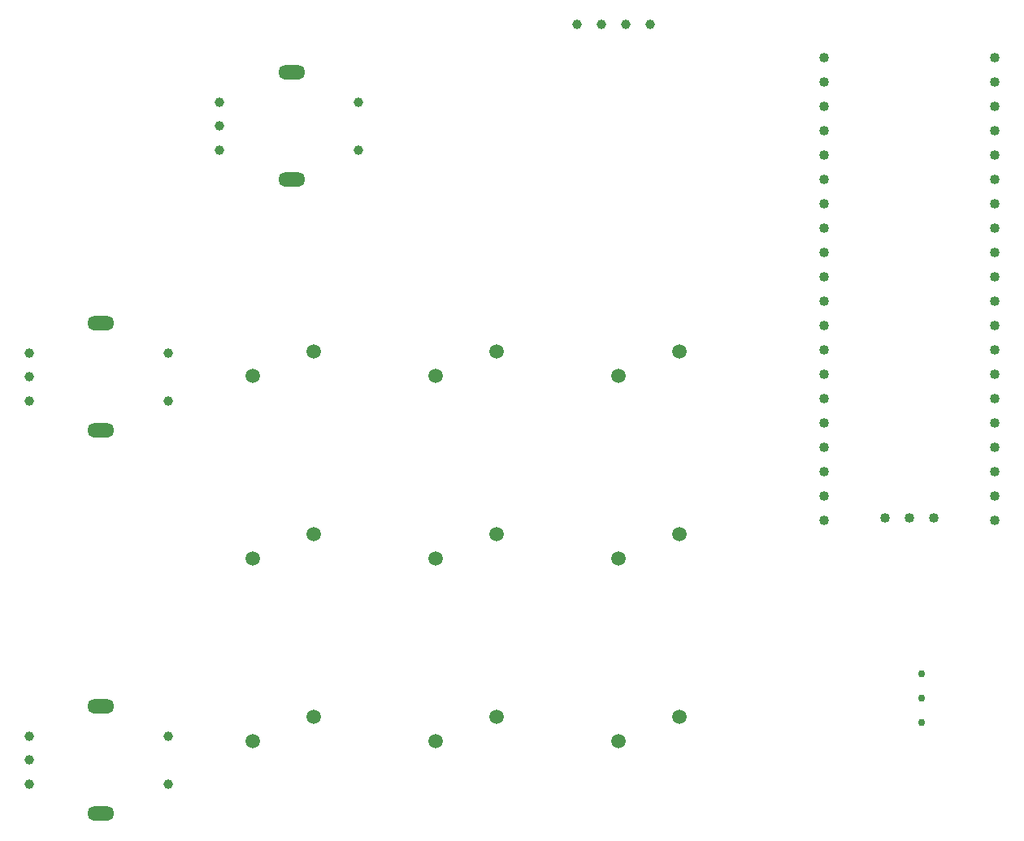
<source format=gbr>
%TF.GenerationSoftware,KiCad,Pcbnew,7.0.9*%
%TF.CreationDate,2023-12-30T23:00:49+00:00*%
%TF.ProjectId,MacroPad V2,4d616372-6f50-4616-9420-56322e6b6963,rev?*%
%TF.SameCoordinates,Original*%
%TF.FileFunction,Plated,1,2,PTH,Mixed*%
%TF.FilePolarity,Positive*%
%FSLAX46Y46*%
G04 Gerber Fmt 4.6, Leading zero omitted, Abs format (unit mm)*
G04 Created by KiCad (PCBNEW 7.0.9) date 2023-12-30 23:00:49*
%MOMM*%
%LPD*%
G01*
G04 APERTURE LIST*
%TA.AperFunction,ComponentDrill*%
%ADD10C,0.762000*%
%TD*%
%TA.AperFunction,ComponentDrill*%
%ADD11C,1.000000*%
%TD*%
%TA.AperFunction,ComponentDrill*%
%ADD12C,1.020000*%
%TD*%
G04 aperture for slot hole*
%TA.AperFunction,ComponentDrill*%
%ADD13O,2.800000X1.500000*%
%TD*%
%TA.AperFunction,ComponentDrill*%
%ADD14C,1.500000*%
%TD*%
G04 APERTURE END LIST*
D10*
%TO.C,toggle1*%
X176342000Y-126697000D03*
X176342000Y-129237000D03*
X176342000Y-131777000D03*
D11*
%TO.C,SW3*%
X83397000Y-93197000D03*
X83397000Y-95697000D03*
X83397000Y-98197000D03*
%TO.C,SW1*%
X83397000Y-133176000D03*
X83397000Y-135676000D03*
X83397000Y-138176000D03*
%TO.C,SW3*%
X97897000Y-93197000D03*
X97897000Y-98197000D03*
%TO.C,SW1*%
X97897000Y-133176000D03*
X97897000Y-138176000D03*
%TO.C,SW2*%
X103222000Y-67047000D03*
X103222000Y-69547000D03*
X103222000Y-72047000D03*
X117722000Y-67047000D03*
X117722000Y-72047000D03*
%TO.C,Brd1*%
X140477000Y-58947000D03*
X143017000Y-58947000D03*
X145557000Y-58947000D03*
X148097000Y-58947000D03*
D12*
%TO.C,U1*%
X166182000Y-62392000D03*
X166182000Y-64932000D03*
X166182000Y-67472000D03*
X166182000Y-70012000D03*
X166182000Y-72552000D03*
X166182000Y-75092000D03*
X166182000Y-77632000D03*
X166182000Y-80172000D03*
X166182000Y-82712000D03*
X166182000Y-85252000D03*
X166182000Y-87792000D03*
X166182000Y-90332000D03*
X166182000Y-92872000D03*
X166182000Y-95412000D03*
X166182000Y-97952000D03*
X166182000Y-100492000D03*
X166182000Y-103032000D03*
X166182000Y-105572000D03*
X166182000Y-108112000D03*
X166182000Y-110652000D03*
X172532000Y-110422000D03*
X175072000Y-110422000D03*
X177612000Y-110422000D03*
X183962000Y-62392000D03*
X183962000Y-64932000D03*
X183962000Y-67472000D03*
X183962000Y-70012000D03*
X183962000Y-72552000D03*
X183962000Y-75092000D03*
X183962000Y-77632000D03*
X183962000Y-80172000D03*
X183962000Y-82712000D03*
X183962000Y-85252000D03*
X183962000Y-87792000D03*
X183962000Y-90332000D03*
X183962000Y-92872000D03*
X183962000Y-95412000D03*
X183962000Y-97952000D03*
X183962000Y-100492000D03*
X183962000Y-103032000D03*
X183962000Y-105572000D03*
X183962000Y-108112000D03*
X183962000Y-110652000D03*
D13*
%TO.C,SW3*%
X90897000Y-90097000D03*
X90897000Y-101297000D03*
%TO.C,SW1*%
X90897000Y-130076000D03*
X90897000Y-141276000D03*
D14*
%TO.C,S1*%
X106662000Y-95582000D03*
%TO.C,S4*%
X106662000Y-114632000D03*
%TO.C,S7*%
X106662000Y-133682000D03*
D13*
%TO.C,SW2*%
X110722000Y-63947000D03*
X110722000Y-75147000D03*
D14*
%TO.C,S1*%
X113012000Y-93042000D03*
%TO.C,S4*%
X113012000Y-112092000D03*
%TO.C,S7*%
X113012000Y-131142000D03*
%TO.C,S2*%
X125712000Y-95582000D03*
%TO.C,S5*%
X125712000Y-114632000D03*
%TO.C,S8*%
X125712000Y-133682000D03*
%TO.C,S2*%
X132062000Y-93042000D03*
%TO.C,S5*%
X132062000Y-112092000D03*
%TO.C,S8*%
X132062000Y-131142000D03*
%TO.C,S3*%
X144762000Y-95582000D03*
%TO.C,S6*%
X144762000Y-114632000D03*
%TO.C,S9*%
X144762000Y-133682000D03*
%TO.C,S3*%
X151112000Y-93042000D03*
%TO.C,S6*%
X151112000Y-112092000D03*
%TO.C,S9*%
X151112000Y-131142000D03*
M02*

</source>
